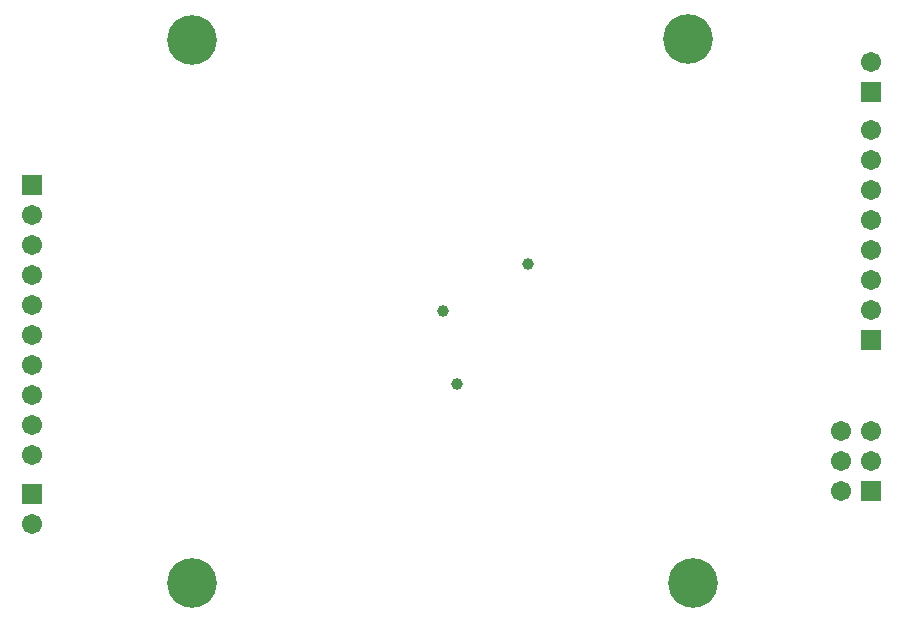
<source format=gbs>
G04*
G04 #@! TF.GenerationSoftware,Altium Limited,Altium Designer,18.0.9 (584)*
G04*
G04 Layer_Color=16711935*
%FSLAX44Y44*%
%MOMM*%
G71*
G01*
G75*
%ADD21R,1.7032X1.7032*%
%ADD22C,1.7032*%
%ADD23C,4.2032*%
%ADD24C,1.0032*%
D21*
X757747Y459999D02*
D03*
X47003Y120001D02*
D03*
X757700Y249870D02*
D03*
X757690Y122340D02*
D03*
X46970Y381130D02*
D03*
D22*
X757747Y485399D02*
D03*
X47003Y94601D02*
D03*
X757700Y427670D02*
D03*
Y402270D02*
D03*
Y376870D02*
D03*
Y351470D02*
D03*
Y326070D02*
D03*
Y300670D02*
D03*
Y275270D02*
D03*
X732290Y173140D02*
D03*
Y147740D02*
D03*
Y122340D02*
D03*
X757690Y173140D02*
D03*
Y147740D02*
D03*
X46970Y330330D02*
D03*
Y152530D02*
D03*
Y177930D02*
D03*
Y203330D02*
D03*
Y228730D02*
D03*
Y254130D02*
D03*
Y279530D02*
D03*
Y304930D02*
D03*
Y355730D02*
D03*
D23*
X603072Y504552D02*
D03*
X183210Y503790D02*
D03*
X182702Y44050D02*
D03*
X607136D02*
D03*
D24*
X395153Y274552D02*
D03*
X407500Y213000D02*
D03*
X467250Y314500D02*
D03*
M02*

</source>
